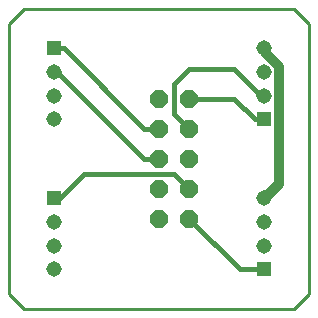
<source format=gbl>
G75*
%MOIN*%
%OFA0B0*%
%FSLAX25Y25*%
%IPPOS*%
%LPD*%
%AMOC8*
5,1,8,0,0,1.08239X$1,22.5*
%
%ADD10C,0.01000*%
%ADD11R,0.05150X0.05150*%
%ADD12C,0.05150*%
%ADD13OC8,0.06000*%
%ADD14C,0.01600*%
%ADD15C,0.03200*%
D10*
X0003000Y0006500D02*
X0008000Y0001500D01*
X0098000Y0001500D01*
X0103000Y0006500D01*
X0103000Y0096500D01*
X0098000Y0101500D01*
X0008000Y0101500D01*
X0003000Y0096500D01*
X0003000Y0006500D01*
D11*
X0018000Y0038311D03*
X0018000Y0088311D03*
X0088000Y0064689D03*
X0088000Y0014689D03*
D12*
X0088000Y0022563D03*
X0088000Y0030437D03*
X0088000Y0038311D03*
X0088000Y0072563D03*
X0088000Y0080437D03*
X0088000Y0088311D03*
X0018000Y0080437D03*
X0018000Y0072563D03*
X0018000Y0064689D03*
X0018000Y0030437D03*
X0018000Y0022563D03*
X0018000Y0014689D03*
D13*
X0053000Y0031500D03*
X0063000Y0031500D03*
X0063000Y0041500D03*
X0053000Y0041500D03*
X0053000Y0051500D03*
X0053000Y0061500D03*
X0063000Y0061500D03*
X0063000Y0051500D03*
X0063000Y0071500D03*
X0053000Y0071500D03*
D14*
X0058000Y0066500D02*
X0058000Y0076500D01*
X0063000Y0081500D01*
X0078000Y0081500D01*
X0086937Y0072563D01*
X0088000Y0072563D01*
X0088000Y0064689D02*
X0084811Y0064689D01*
X0078000Y0071500D01*
X0063000Y0071500D01*
X0058000Y0066500D02*
X0063000Y0061500D01*
X0053000Y0061500D02*
X0048000Y0061500D01*
X0021189Y0088311D01*
X0018000Y0088311D01*
X0018000Y0080437D02*
X0019063Y0080437D01*
X0048000Y0051500D01*
X0053000Y0051500D01*
X0058000Y0046500D02*
X0028000Y0046500D01*
X0019811Y0038311D01*
X0018000Y0038311D01*
X0058000Y0046500D02*
X0063000Y0041500D01*
X0063000Y0031500D02*
X0079811Y0014689D01*
X0088000Y0014689D01*
D15*
X0088000Y0038311D02*
X0088200Y0038400D01*
X0093000Y0043200D01*
X0093000Y0082200D01*
X0088200Y0087000D01*
X0088200Y0088200D01*
X0088000Y0088311D01*
M02*

</source>
